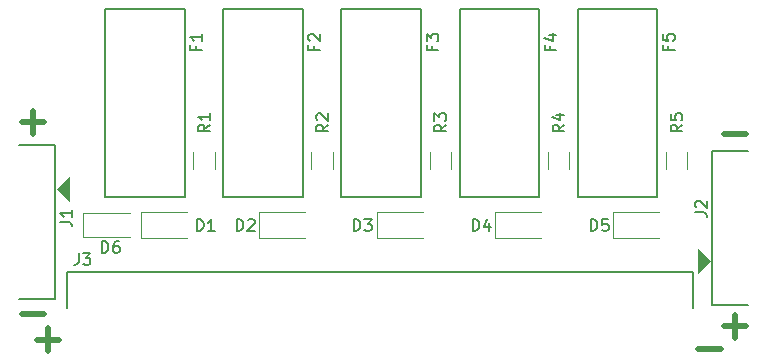
<source format=gbr>
%TF.GenerationSoftware,KiCad,Pcbnew,9.0.4-9.0.4-0~ubuntu24.04.1*%
%TF.CreationDate,2025-09-20T10:09:21-07:00*%
%TF.ProjectId,mini-pdb,6d696e69-2d70-4646-922e-6b696361645f,2*%
%TF.SameCoordinates,Original*%
%TF.FileFunction,Legend,Top*%
%TF.FilePolarity,Positive*%
%FSLAX46Y46*%
G04 Gerber Fmt 4.6, Leading zero omitted, Abs format (unit mm)*
G04 Created by KiCad (PCBNEW 9.0.4-9.0.4-0~ubuntu24.04.1) date 2025-09-20 10:09:21*
%MOMM*%
%LPD*%
G01*
G04 APERTURE LIST*
%ADD10C,0.508000*%
%ADD11C,0.150000*%
%ADD12C,0.127000*%
%ADD13C,0.120000*%
%ADD14C,0.152400*%
%ADD15C,0.100000*%
G04 APERTURE END LIST*
D10*
X236552619Y-134692982D02*
X234617381Y-134692982D01*
X235585000Y-133725363D02*
X235585000Y-135660601D01*
X175181380Y-117402017D02*
X177116619Y-117402017D01*
X176148999Y-118369636D02*
X176148999Y-116434398D01*
X178386619Y-135835982D02*
X176451381Y-135835982D01*
X177419000Y-134868363D02*
X177419000Y-136803601D01*
X175181380Y-133658017D02*
X177116619Y-133658017D01*
X236552619Y-118436982D02*
X234617381Y-118436982D01*
X234393619Y-136597982D02*
X232458381Y-136597982D01*
D11*
X229943129Y-110976033D02*
X229943129Y-111309366D01*
X230466939Y-111309366D02*
X229466939Y-111309366D01*
X229466939Y-111309366D02*
X229466939Y-110833176D01*
X229466939Y-109976033D02*
X229466939Y-110452223D01*
X229466939Y-110452223D02*
X229943129Y-110499842D01*
X229943129Y-110499842D02*
X229895510Y-110452223D01*
X229895510Y-110452223D02*
X229847891Y-110356985D01*
X229847891Y-110356985D02*
X229847891Y-110118890D01*
X229847891Y-110118890D02*
X229895510Y-110023652D01*
X229895510Y-110023652D02*
X229943129Y-109976033D01*
X229943129Y-109976033D02*
X230038367Y-109928414D01*
X230038367Y-109928414D02*
X230276462Y-109928414D01*
X230276462Y-109928414D02*
X230371700Y-109976033D01*
X230371700Y-109976033D02*
X230419320Y-110023652D01*
X230419320Y-110023652D02*
X230466939Y-110118890D01*
X230466939Y-110118890D02*
X230466939Y-110356985D01*
X230466939Y-110356985D02*
X230419320Y-110452223D01*
X230419320Y-110452223D02*
X230371700Y-110499842D01*
X209943169Y-110976033D02*
X209943169Y-111309366D01*
X210466979Y-111309366D02*
X209466979Y-111309366D01*
X209466979Y-111309366D02*
X209466979Y-110833176D01*
X209466979Y-110547461D02*
X209466979Y-109928414D01*
X209466979Y-109928414D02*
X209847931Y-110261747D01*
X209847931Y-110261747D02*
X209847931Y-110118890D01*
X209847931Y-110118890D02*
X209895550Y-110023652D01*
X209895550Y-110023652D02*
X209943169Y-109976033D01*
X209943169Y-109976033D02*
X210038407Y-109928414D01*
X210038407Y-109928414D02*
X210276502Y-109928414D01*
X210276502Y-109928414D02*
X210371740Y-109976033D01*
X210371740Y-109976033D02*
X210419360Y-110023652D01*
X210419360Y-110023652D02*
X210466979Y-110118890D01*
X210466979Y-110118890D02*
X210466979Y-110404604D01*
X210466979Y-110404604D02*
X210419360Y-110499842D01*
X210419360Y-110499842D02*
X210371740Y-110547461D01*
X219943149Y-110976033D02*
X219943149Y-111309366D01*
X220466959Y-111309366D02*
X219466959Y-111309366D01*
X219466959Y-111309366D02*
X219466959Y-110833176D01*
X219800292Y-110023652D02*
X220466959Y-110023652D01*
X219419340Y-110261747D02*
X220133625Y-110499842D01*
X220133625Y-110499842D02*
X220133625Y-109880795D01*
X193390105Y-126610019D02*
X193390105Y-125610019D01*
X193390105Y-125610019D02*
X193628200Y-125610019D01*
X193628200Y-125610019D02*
X193771057Y-125657638D01*
X193771057Y-125657638D02*
X193866295Y-125752876D01*
X193866295Y-125752876D02*
X193913914Y-125848114D01*
X193913914Y-125848114D02*
X193961533Y-126038590D01*
X193961533Y-126038590D02*
X193961533Y-126181447D01*
X193961533Y-126181447D02*
X193913914Y-126371923D01*
X193913914Y-126371923D02*
X193866295Y-126467161D01*
X193866295Y-126467161D02*
X193771057Y-126562400D01*
X193771057Y-126562400D02*
X193628200Y-126610019D01*
X193628200Y-126610019D02*
X193390105Y-126610019D01*
X194342486Y-125705257D02*
X194390105Y-125657638D01*
X194390105Y-125657638D02*
X194485343Y-125610019D01*
X194485343Y-125610019D02*
X194723438Y-125610019D01*
X194723438Y-125610019D02*
X194818676Y-125657638D01*
X194818676Y-125657638D02*
X194866295Y-125705257D01*
X194866295Y-125705257D02*
X194913914Y-125800495D01*
X194913914Y-125800495D02*
X194913914Y-125895733D01*
X194913914Y-125895733D02*
X194866295Y-126038590D01*
X194866295Y-126038590D02*
X194294867Y-126610019D01*
X194294867Y-126610019D02*
X194913914Y-126610019D01*
X231133939Y-117608366D02*
X230657748Y-117941699D01*
X231133939Y-118179794D02*
X230133939Y-118179794D01*
X230133939Y-118179794D02*
X230133939Y-117798842D01*
X230133939Y-117798842D02*
X230181558Y-117703604D01*
X230181558Y-117703604D02*
X230229177Y-117655985D01*
X230229177Y-117655985D02*
X230324415Y-117608366D01*
X230324415Y-117608366D02*
X230467272Y-117608366D01*
X230467272Y-117608366D02*
X230562510Y-117655985D01*
X230562510Y-117655985D02*
X230610129Y-117703604D01*
X230610129Y-117703604D02*
X230657748Y-117798842D01*
X230657748Y-117798842D02*
X230657748Y-118179794D01*
X230133939Y-116703604D02*
X230133939Y-117179794D01*
X230133939Y-117179794D02*
X230610129Y-117227413D01*
X230610129Y-117227413D02*
X230562510Y-117179794D01*
X230562510Y-117179794D02*
X230514891Y-117084556D01*
X230514891Y-117084556D02*
X230514891Y-116846461D01*
X230514891Y-116846461D02*
X230562510Y-116751223D01*
X230562510Y-116751223D02*
X230610129Y-116703604D01*
X230610129Y-116703604D02*
X230705367Y-116655985D01*
X230705367Y-116655985D02*
X230943462Y-116655985D01*
X230943462Y-116655985D02*
X231038700Y-116703604D01*
X231038700Y-116703604D02*
X231086320Y-116751223D01*
X231086320Y-116751223D02*
X231133939Y-116846461D01*
X231133939Y-116846461D02*
X231133939Y-117084556D01*
X231133939Y-117084556D02*
X231086320Y-117179794D01*
X231086320Y-117179794D02*
X231038700Y-117227413D01*
X232195020Y-125043534D02*
X232909305Y-125043534D01*
X232909305Y-125043534D02*
X233052162Y-125091153D01*
X233052162Y-125091153D02*
X233147401Y-125186391D01*
X233147401Y-125186391D02*
X233195020Y-125329248D01*
X233195020Y-125329248D02*
X233195020Y-125424486D01*
X232290258Y-124614962D02*
X232242639Y-124567343D01*
X232242639Y-124567343D02*
X232195020Y-124472105D01*
X232195020Y-124472105D02*
X232195020Y-124234010D01*
X232195020Y-124234010D02*
X232242639Y-124138772D01*
X232242639Y-124138772D02*
X232290258Y-124091153D01*
X232290258Y-124091153D02*
X232385496Y-124043534D01*
X232385496Y-124043534D02*
X232480734Y-124043534D01*
X232480734Y-124043534D02*
X232623591Y-124091153D01*
X232623591Y-124091153D02*
X233195020Y-124662581D01*
X233195020Y-124662581D02*
X233195020Y-124043534D01*
X191134019Y-117608366D02*
X190657828Y-117941699D01*
X191134019Y-118179794D02*
X190134019Y-118179794D01*
X190134019Y-118179794D02*
X190134019Y-117798842D01*
X190134019Y-117798842D02*
X190181638Y-117703604D01*
X190181638Y-117703604D02*
X190229257Y-117655985D01*
X190229257Y-117655985D02*
X190324495Y-117608366D01*
X190324495Y-117608366D02*
X190467352Y-117608366D01*
X190467352Y-117608366D02*
X190562590Y-117655985D01*
X190562590Y-117655985D02*
X190610209Y-117703604D01*
X190610209Y-117703604D02*
X190657828Y-117798842D01*
X190657828Y-117798842D02*
X190657828Y-118179794D01*
X191134019Y-116655985D02*
X191134019Y-117227413D01*
X191134019Y-116941699D02*
X190134019Y-116941699D01*
X190134019Y-116941699D02*
X190276876Y-117036937D01*
X190276876Y-117036937D02*
X190372114Y-117132175D01*
X190372114Y-117132175D02*
X190419733Y-117227413D01*
X203296105Y-126610019D02*
X203296105Y-125610019D01*
X203296105Y-125610019D02*
X203534200Y-125610019D01*
X203534200Y-125610019D02*
X203677057Y-125657638D01*
X203677057Y-125657638D02*
X203772295Y-125752876D01*
X203772295Y-125752876D02*
X203819914Y-125848114D01*
X203819914Y-125848114D02*
X203867533Y-126038590D01*
X203867533Y-126038590D02*
X203867533Y-126181447D01*
X203867533Y-126181447D02*
X203819914Y-126371923D01*
X203819914Y-126371923D02*
X203772295Y-126467161D01*
X203772295Y-126467161D02*
X203677057Y-126562400D01*
X203677057Y-126562400D02*
X203534200Y-126610019D01*
X203534200Y-126610019D02*
X203296105Y-126610019D01*
X204200867Y-125610019D02*
X204819914Y-125610019D01*
X204819914Y-125610019D02*
X204486581Y-125990971D01*
X204486581Y-125990971D02*
X204629438Y-125990971D01*
X204629438Y-125990971D02*
X204724676Y-126038590D01*
X204724676Y-126038590D02*
X204772295Y-126086209D01*
X204772295Y-126086209D02*
X204819914Y-126181447D01*
X204819914Y-126181447D02*
X204819914Y-126419542D01*
X204819914Y-126419542D02*
X204772295Y-126514780D01*
X204772295Y-126514780D02*
X204724676Y-126562400D01*
X204724676Y-126562400D02*
X204629438Y-126610019D01*
X204629438Y-126610019D02*
X204343724Y-126610019D01*
X204343724Y-126610019D02*
X204248486Y-126562400D01*
X204248486Y-126562400D02*
X204200867Y-126514780D01*
X181964105Y-128470819D02*
X181964105Y-127470819D01*
X181964105Y-127470819D02*
X182202200Y-127470819D01*
X182202200Y-127470819D02*
X182345057Y-127518438D01*
X182345057Y-127518438D02*
X182440295Y-127613676D01*
X182440295Y-127613676D02*
X182487914Y-127708914D01*
X182487914Y-127708914D02*
X182535533Y-127899390D01*
X182535533Y-127899390D02*
X182535533Y-128042247D01*
X182535533Y-128042247D02*
X182487914Y-128232723D01*
X182487914Y-128232723D02*
X182440295Y-128327961D01*
X182440295Y-128327961D02*
X182345057Y-128423200D01*
X182345057Y-128423200D02*
X182202200Y-128470819D01*
X182202200Y-128470819D02*
X181964105Y-128470819D01*
X183392676Y-127470819D02*
X183202200Y-127470819D01*
X183202200Y-127470819D02*
X183106962Y-127518438D01*
X183106962Y-127518438D02*
X183059343Y-127566057D01*
X183059343Y-127566057D02*
X182964105Y-127708914D01*
X182964105Y-127708914D02*
X182916486Y-127899390D01*
X182916486Y-127899390D02*
X182916486Y-128280342D01*
X182916486Y-128280342D02*
X182964105Y-128375580D01*
X182964105Y-128375580D02*
X183011724Y-128423200D01*
X183011724Y-128423200D02*
X183106962Y-128470819D01*
X183106962Y-128470819D02*
X183297438Y-128470819D01*
X183297438Y-128470819D02*
X183392676Y-128423200D01*
X183392676Y-128423200D02*
X183440295Y-128375580D01*
X183440295Y-128375580D02*
X183487914Y-128280342D01*
X183487914Y-128280342D02*
X183487914Y-128042247D01*
X183487914Y-128042247D02*
X183440295Y-127947009D01*
X183440295Y-127947009D02*
X183392676Y-127899390D01*
X183392676Y-127899390D02*
X183297438Y-127851771D01*
X183297438Y-127851771D02*
X183106962Y-127851771D01*
X183106962Y-127851771D02*
X183011724Y-127899390D01*
X183011724Y-127899390D02*
X182964105Y-127947009D01*
X182964105Y-127947009D02*
X182916486Y-128042247D01*
X178450018Y-125839533D02*
X179164303Y-125839533D01*
X179164303Y-125839533D02*
X179307160Y-125887152D01*
X179307160Y-125887152D02*
X179402399Y-125982390D01*
X179402399Y-125982390D02*
X179450018Y-126125247D01*
X179450018Y-126125247D02*
X179450018Y-126220485D01*
X179450018Y-124839533D02*
X179450018Y-125410961D01*
X179450018Y-125125247D02*
X178450018Y-125125247D01*
X178450018Y-125125247D02*
X178592875Y-125220485D01*
X178592875Y-125220485D02*
X178688113Y-125315723D01*
X178688113Y-125315723D02*
X178735732Y-125410961D01*
X199943189Y-110976033D02*
X199943189Y-111309366D01*
X200466999Y-111309366D02*
X199466999Y-111309366D01*
X199466999Y-111309366D02*
X199466999Y-110833176D01*
X199562237Y-110499842D02*
X199514618Y-110452223D01*
X199514618Y-110452223D02*
X199466999Y-110356985D01*
X199466999Y-110356985D02*
X199466999Y-110118890D01*
X199466999Y-110118890D02*
X199514618Y-110023652D01*
X199514618Y-110023652D02*
X199562237Y-109976033D01*
X199562237Y-109976033D02*
X199657475Y-109928414D01*
X199657475Y-109928414D02*
X199752713Y-109928414D01*
X199752713Y-109928414D02*
X199895570Y-109976033D01*
X199895570Y-109976033D02*
X200466999Y-110547461D01*
X200466999Y-110547461D02*
X200466999Y-109928414D01*
X189943209Y-110976033D02*
X189943209Y-111309366D01*
X190467019Y-111309366D02*
X189467019Y-111309366D01*
X189467019Y-111309366D02*
X189467019Y-110833176D01*
X190467019Y-109928414D02*
X190467019Y-110499842D01*
X190467019Y-110214128D02*
X189467019Y-110214128D01*
X189467019Y-110214128D02*
X189609876Y-110309366D01*
X189609876Y-110309366D02*
X189705114Y-110404604D01*
X189705114Y-110404604D02*
X189752733Y-110499842D01*
X211133979Y-117608366D02*
X210657788Y-117941699D01*
X211133979Y-118179794D02*
X210133979Y-118179794D01*
X210133979Y-118179794D02*
X210133979Y-117798842D01*
X210133979Y-117798842D02*
X210181598Y-117703604D01*
X210181598Y-117703604D02*
X210229217Y-117655985D01*
X210229217Y-117655985D02*
X210324455Y-117608366D01*
X210324455Y-117608366D02*
X210467312Y-117608366D01*
X210467312Y-117608366D02*
X210562550Y-117655985D01*
X210562550Y-117655985D02*
X210610169Y-117703604D01*
X210610169Y-117703604D02*
X210657788Y-117798842D01*
X210657788Y-117798842D02*
X210657788Y-118179794D01*
X210133979Y-117275032D02*
X210133979Y-116655985D01*
X210133979Y-116655985D02*
X210514931Y-116989318D01*
X210514931Y-116989318D02*
X210514931Y-116846461D01*
X210514931Y-116846461D02*
X210562550Y-116751223D01*
X210562550Y-116751223D02*
X210610169Y-116703604D01*
X210610169Y-116703604D02*
X210705407Y-116655985D01*
X210705407Y-116655985D02*
X210943502Y-116655985D01*
X210943502Y-116655985D02*
X211038740Y-116703604D01*
X211038740Y-116703604D02*
X211086360Y-116751223D01*
X211086360Y-116751223D02*
X211133979Y-116846461D01*
X211133979Y-116846461D02*
X211133979Y-117132175D01*
X211133979Y-117132175D02*
X211086360Y-117227413D01*
X211086360Y-117227413D02*
X211038740Y-117275032D01*
X213362105Y-126610019D02*
X213362105Y-125610019D01*
X213362105Y-125610019D02*
X213600200Y-125610019D01*
X213600200Y-125610019D02*
X213743057Y-125657638D01*
X213743057Y-125657638D02*
X213838295Y-125752876D01*
X213838295Y-125752876D02*
X213885914Y-125848114D01*
X213885914Y-125848114D02*
X213933533Y-126038590D01*
X213933533Y-126038590D02*
X213933533Y-126181447D01*
X213933533Y-126181447D02*
X213885914Y-126371923D01*
X213885914Y-126371923D02*
X213838295Y-126467161D01*
X213838295Y-126467161D02*
X213743057Y-126562400D01*
X213743057Y-126562400D02*
X213600200Y-126610019D01*
X213600200Y-126610019D02*
X213362105Y-126610019D01*
X214790676Y-125943352D02*
X214790676Y-126610019D01*
X214552581Y-125562400D02*
X214314486Y-126276685D01*
X214314486Y-126276685D02*
X214933533Y-126276685D01*
X190015905Y-126610019D02*
X190015905Y-125610019D01*
X190015905Y-125610019D02*
X190254000Y-125610019D01*
X190254000Y-125610019D02*
X190396857Y-125657638D01*
X190396857Y-125657638D02*
X190492095Y-125752876D01*
X190492095Y-125752876D02*
X190539714Y-125848114D01*
X190539714Y-125848114D02*
X190587333Y-126038590D01*
X190587333Y-126038590D02*
X190587333Y-126181447D01*
X190587333Y-126181447D02*
X190539714Y-126371923D01*
X190539714Y-126371923D02*
X190492095Y-126467161D01*
X190492095Y-126467161D02*
X190396857Y-126562400D01*
X190396857Y-126562400D02*
X190254000Y-126610019D01*
X190254000Y-126610019D02*
X190015905Y-126610019D01*
X191539714Y-126610019D02*
X190968286Y-126610019D01*
X191254000Y-126610019D02*
X191254000Y-125610019D01*
X191254000Y-125610019D02*
X191158762Y-125752876D01*
X191158762Y-125752876D02*
X191063524Y-125848114D01*
X191063524Y-125848114D02*
X190968286Y-125895733D01*
X221133959Y-117608366D02*
X220657768Y-117941699D01*
X221133959Y-118179794D02*
X220133959Y-118179794D01*
X220133959Y-118179794D02*
X220133959Y-117798842D01*
X220133959Y-117798842D02*
X220181578Y-117703604D01*
X220181578Y-117703604D02*
X220229197Y-117655985D01*
X220229197Y-117655985D02*
X220324435Y-117608366D01*
X220324435Y-117608366D02*
X220467292Y-117608366D01*
X220467292Y-117608366D02*
X220562530Y-117655985D01*
X220562530Y-117655985D02*
X220610149Y-117703604D01*
X220610149Y-117703604D02*
X220657768Y-117798842D01*
X220657768Y-117798842D02*
X220657768Y-118179794D01*
X220467292Y-116751223D02*
X221133959Y-116751223D01*
X220086340Y-116989318D02*
X220800625Y-117227413D01*
X220800625Y-117227413D02*
X220800625Y-116608366D01*
X223362105Y-126610019D02*
X223362105Y-125610019D01*
X223362105Y-125610019D02*
X223600200Y-125610019D01*
X223600200Y-125610019D02*
X223743057Y-125657638D01*
X223743057Y-125657638D02*
X223838295Y-125752876D01*
X223838295Y-125752876D02*
X223885914Y-125848114D01*
X223885914Y-125848114D02*
X223933533Y-126038590D01*
X223933533Y-126038590D02*
X223933533Y-126181447D01*
X223933533Y-126181447D02*
X223885914Y-126371923D01*
X223885914Y-126371923D02*
X223838295Y-126467161D01*
X223838295Y-126467161D02*
X223743057Y-126562400D01*
X223743057Y-126562400D02*
X223600200Y-126610019D01*
X223600200Y-126610019D02*
X223362105Y-126610019D01*
X224838295Y-125610019D02*
X224362105Y-125610019D01*
X224362105Y-125610019D02*
X224314486Y-126086209D01*
X224314486Y-126086209D02*
X224362105Y-126038590D01*
X224362105Y-126038590D02*
X224457343Y-125990971D01*
X224457343Y-125990971D02*
X224695438Y-125990971D01*
X224695438Y-125990971D02*
X224790676Y-126038590D01*
X224790676Y-126038590D02*
X224838295Y-126086209D01*
X224838295Y-126086209D02*
X224885914Y-126181447D01*
X224885914Y-126181447D02*
X224885914Y-126419542D01*
X224885914Y-126419542D02*
X224838295Y-126514780D01*
X224838295Y-126514780D02*
X224790676Y-126562400D01*
X224790676Y-126562400D02*
X224695438Y-126610019D01*
X224695438Y-126610019D02*
X224457343Y-126610019D01*
X224457343Y-126610019D02*
X224362105Y-126562400D01*
X224362105Y-126562400D02*
X224314486Y-126514780D01*
X180006666Y-128486819D02*
X180006666Y-129201104D01*
X180006666Y-129201104D02*
X179959047Y-129343961D01*
X179959047Y-129343961D02*
X179863809Y-129439200D01*
X179863809Y-129439200D02*
X179720952Y-129486819D01*
X179720952Y-129486819D02*
X179625714Y-129486819D01*
X180387619Y-128486819D02*
X181006666Y-128486819D01*
X181006666Y-128486819D02*
X180673333Y-128867771D01*
X180673333Y-128867771D02*
X180816190Y-128867771D01*
X180816190Y-128867771D02*
X180911428Y-128915390D01*
X180911428Y-128915390D02*
X180959047Y-128963009D01*
X180959047Y-128963009D02*
X181006666Y-129058247D01*
X181006666Y-129058247D02*
X181006666Y-129296342D01*
X181006666Y-129296342D02*
X180959047Y-129391580D01*
X180959047Y-129391580D02*
X180911428Y-129439200D01*
X180911428Y-129439200D02*
X180816190Y-129486819D01*
X180816190Y-129486819D02*
X180530476Y-129486819D01*
X180530476Y-129486819D02*
X180435238Y-129439200D01*
X180435238Y-129439200D02*
X180387619Y-129391580D01*
X201133999Y-117608366D02*
X200657808Y-117941699D01*
X201133999Y-118179794D02*
X200133999Y-118179794D01*
X200133999Y-118179794D02*
X200133999Y-117798842D01*
X200133999Y-117798842D02*
X200181618Y-117703604D01*
X200181618Y-117703604D02*
X200229237Y-117655985D01*
X200229237Y-117655985D02*
X200324475Y-117608366D01*
X200324475Y-117608366D02*
X200467332Y-117608366D01*
X200467332Y-117608366D02*
X200562570Y-117655985D01*
X200562570Y-117655985D02*
X200610189Y-117703604D01*
X200610189Y-117703604D02*
X200657808Y-117798842D01*
X200657808Y-117798842D02*
X200657808Y-118179794D01*
X200229237Y-117227413D02*
X200181618Y-117179794D01*
X200181618Y-117179794D02*
X200133999Y-117084556D01*
X200133999Y-117084556D02*
X200133999Y-116846461D01*
X200133999Y-116846461D02*
X200181618Y-116751223D01*
X200181618Y-116751223D02*
X200229237Y-116703604D01*
X200229237Y-116703604D02*
X200324475Y-116655985D01*
X200324475Y-116655985D02*
X200419713Y-116655985D01*
X200419713Y-116655985D02*
X200562570Y-116703604D01*
X200562570Y-116703604D02*
X201133999Y-117275032D01*
X201133999Y-117275032D02*
X201133999Y-116655985D01*
D12*
%TO.C,F5*%
X222262120Y-107844700D02*
X228992120Y-107844700D01*
X222262120Y-123717700D02*
X222262120Y-107844700D01*
X228992120Y-107844700D02*
X228992120Y-123717700D01*
X228992120Y-123717700D02*
X222262120Y-123717700D01*
%TO.C,F3*%
X202262160Y-107844700D02*
X208992160Y-107844700D01*
X202262160Y-123717700D02*
X202262160Y-107844700D01*
X208992160Y-107844700D02*
X208992160Y-123717700D01*
X208992160Y-123717700D02*
X202262160Y-123717700D01*
%TO.C,F4*%
X212262140Y-107844700D02*
X218992140Y-107844700D01*
X212262140Y-123717700D02*
X212262140Y-107844700D01*
X218992140Y-107844700D02*
X218992140Y-123717700D01*
X218992140Y-123717700D02*
X212262140Y-123717700D01*
D13*
%TO.C,D2*%
X195292200Y-124970200D02*
X195292200Y-127240200D01*
X195292200Y-127240200D02*
X199177200Y-127240200D01*
X199177200Y-124970200D02*
X195292200Y-124970200D01*
%TO.C,R5*%
X229717110Y-121394764D02*
X229717110Y-119940636D01*
X231537110Y-121394764D02*
X231537110Y-119940636D01*
D14*
%TO.C,J2*%
X233650201Y-119875299D02*
X233650201Y-132885099D01*
X233650201Y-132885099D02*
X236677201Y-132885099D01*
X236677201Y-119875299D02*
X233650201Y-119875299D01*
D15*
X233502201Y-129155201D02*
X232486201Y-130171201D01*
X232486201Y-128139201D01*
X233502201Y-129155201D01*
G36*
X233502201Y-129155201D02*
G01*
X232486201Y-130171201D01*
X232486201Y-128139201D01*
X233502201Y-129155201D01*
G37*
D13*
%TO.C,R1*%
X189717190Y-121394764D02*
X189717190Y-119940636D01*
X191537190Y-121394764D02*
X191537190Y-119940636D01*
%TO.C,D3*%
X205292200Y-124970200D02*
X205292200Y-127240200D01*
X205292200Y-127240200D02*
X209177200Y-127240200D01*
X209177200Y-124970200D02*
X205292200Y-124970200D01*
%TO.C,D6*%
X180342200Y-125105200D02*
X180342200Y-127105200D01*
X180342200Y-125105200D02*
X184352200Y-125105200D01*
X180342200Y-127105200D02*
X184352200Y-127105200D01*
D14*
%TO.C,J1*%
X174977199Y-132335101D02*
X178004199Y-132335101D01*
X178004199Y-119325301D02*
X174977199Y-119325301D01*
X178004199Y-132335101D02*
X178004199Y-119325301D01*
D15*
X179168199Y-124071199D02*
X178152199Y-123055199D01*
X179168199Y-122039199D01*
X179168199Y-124071199D01*
G36*
X179168199Y-124071199D02*
G01*
X178152199Y-123055199D01*
X179168199Y-122039199D01*
X179168199Y-124071199D01*
G37*
D12*
%TO.C,F2*%
X192262180Y-107844700D02*
X198992180Y-107844700D01*
X192262180Y-123717700D02*
X192262180Y-107844700D01*
X198992180Y-107844700D02*
X198992180Y-123717700D01*
X198992180Y-123717700D02*
X192262180Y-123717700D01*
%TO.C,F1*%
X182262200Y-107844700D02*
X188992200Y-107844700D01*
X182262200Y-123717700D02*
X182262200Y-107844700D01*
X188992200Y-107844700D02*
X188992200Y-123717700D01*
X188992200Y-123717700D02*
X182262200Y-123717700D01*
D13*
%TO.C,R3*%
X209717150Y-121394764D02*
X209717150Y-119940636D01*
X211537150Y-121394764D02*
X211537150Y-119940636D01*
%TO.C,D4*%
X215292200Y-124970200D02*
X215292200Y-127240200D01*
X215292200Y-127240200D02*
X219177200Y-127240200D01*
X219177200Y-124970200D02*
X215292200Y-124970200D01*
%TO.C,D1*%
X185292200Y-124970200D02*
X185292200Y-127240200D01*
X185292200Y-127240200D02*
X189177200Y-127240200D01*
X189177200Y-124970200D02*
X185292200Y-124970200D01*
%TO.C,R4*%
X219717130Y-121394764D02*
X219717130Y-119940636D01*
X221537130Y-121394764D02*
X221537130Y-119940636D01*
%TO.C,D5*%
X225292200Y-124970200D02*
X225292200Y-127240200D01*
X225292200Y-127240200D02*
X229177200Y-127240200D01*
X229177200Y-124970200D02*
X225292200Y-124970200D01*
D14*
%TO.C,J3*%
X179058637Y-130115700D02*
X179058637Y-133142700D01*
X232064535Y-133142700D02*
X232068437Y-130115700D01*
X232068437Y-130115700D02*
X179058637Y-130115700D01*
D13*
%TO.C,R2*%
X199717170Y-121394764D02*
X199717170Y-119940636D01*
X201537170Y-121394764D02*
X201537170Y-119940636D01*
%TD*%
M02*

</source>
